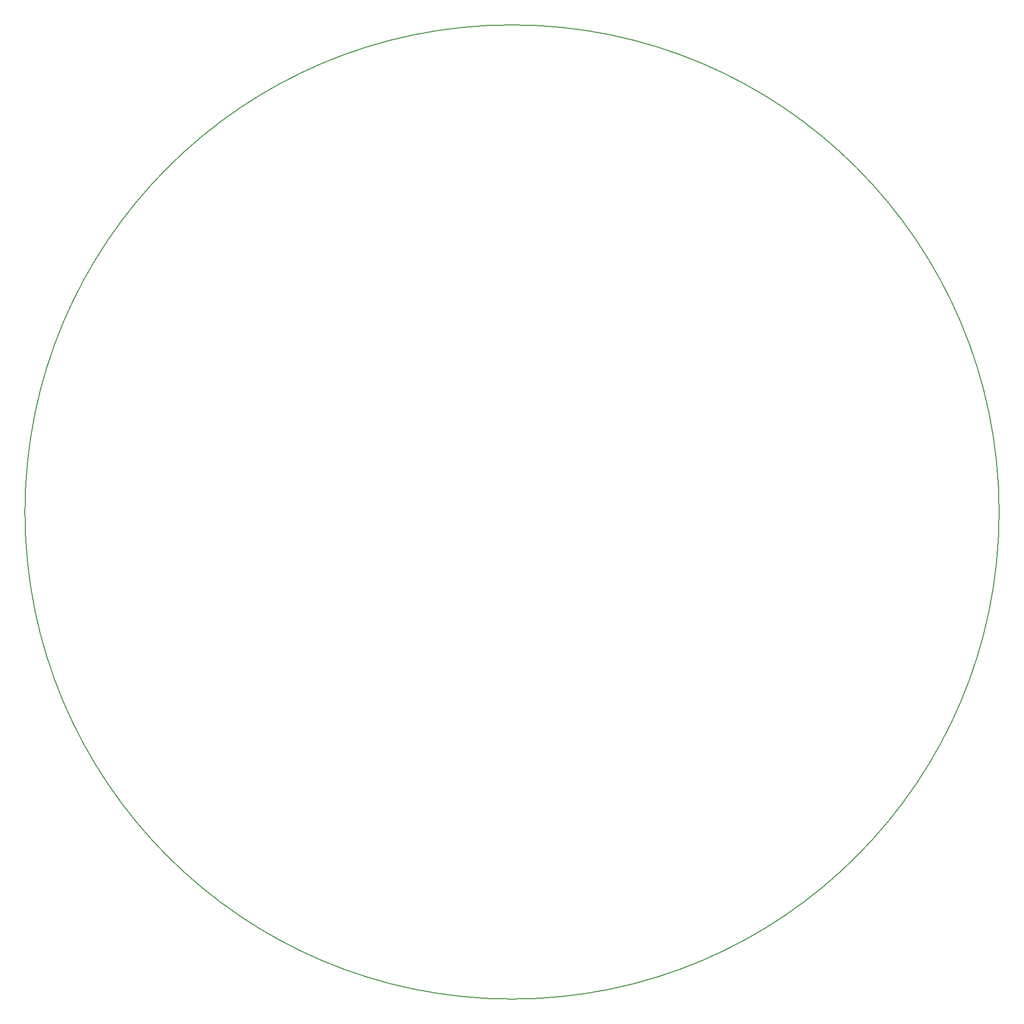
<source format=gbr>
%TF.GenerationSoftware,KiCad,Pcbnew,7.0.9-rc1*%
%TF.CreationDate,2023-11-11T13:07:52+02:00*%
%TF.ProjectId,projectA,70726f6a-6563-4744-912e-6b696361645f,rev?*%
%TF.SameCoordinates,PX5e5c173PY6474d3b*%
%TF.FileFunction,Profile,NP*%
%FSLAX46Y46*%
G04 Gerber Fmt 4.6, Leading zero omitted, Abs format (unit mm)*
G04 Created by KiCad (PCBNEW 7.0.9-rc1) date 2023-11-11 13:07:52*
%MOMM*%
%LPD*%
G01*
G04 APERTURE LIST*
%TA.AperFunction,Profile*%
%ADD10C,0.200000*%
%TD*%
G04 APERTURE END LIST*
D10*
X83000000Y0D02*
G75*
G03*
X83000000Y0I-83000000J0D01*
G01*
M02*

</source>
